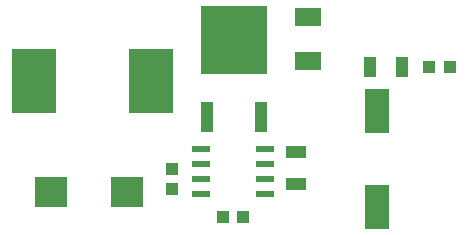
<source format=gtp>
G04*
G04 #@! TF.GenerationSoftware,Altium Limited,Altium Designer,21.6.1 (37)*
G04*
G04 Layer_Color=8421504*
%FSLAX25Y25*%
%MOIN*%
G70*
G04*
G04 #@! TF.SameCoordinates,EE309F7F-E528-4661-BA6D-D9C948015DE1*
G04*
G04*
G04 #@! TF.FilePolarity,Positive*
G04*
G01*
G75*
%ADD16R,0.15158X0.21654*%
%ADD17R,0.08583X0.06299*%
%ADD18R,0.05906X0.02362*%
%ADD19R,0.04173X0.10236*%
%ADD20R,0.22173X0.22835*%
%ADD21R,0.04331X0.06693*%
%ADD22R,0.10906X0.10039*%
%ADD23R,0.07874X0.14961*%
%ADD24R,0.04331X0.03937*%
%ADD25R,0.03937X0.04331*%
%ADD26R,0.06693X0.04331*%
D16*
X62587Y51181D02*
D03*
X101760D02*
D03*
D17*
X154000Y72228D02*
D03*
Y57758D02*
D03*
D18*
X118354Y28386D02*
D03*
Y23386D02*
D03*
Y18386D02*
D03*
Y13386D02*
D03*
X139614Y28386D02*
D03*
Y23386D02*
D03*
Y18386D02*
D03*
Y13386D02*
D03*
D19*
X138433Y39173D02*
D03*
X120402D02*
D03*
D20*
X129417Y64764D02*
D03*
D21*
X185315Y55700D02*
D03*
X174685D02*
D03*
D22*
X68323Y14000D02*
D03*
X93677D02*
D03*
D23*
X177000Y40945D02*
D03*
Y9055D02*
D03*
D24*
X125638Y5757D02*
D03*
X132331D02*
D03*
X194454Y55700D02*
D03*
X201147D02*
D03*
D25*
X108465Y15040D02*
D03*
Y21733D02*
D03*
D26*
X150000Y27315D02*
D03*
Y16685D02*
D03*
M02*

</source>
